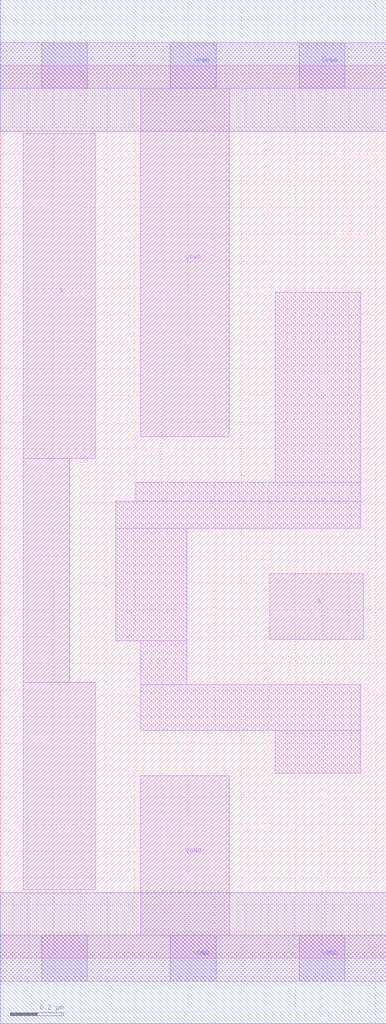
<source format=lef>
# Copyright 2020 The SkyWater PDK Authors
#
# Licensed under the Apache License, Version 2.0 (the "License");
# you may not use this file except in compliance with the License.
# You may obtain a copy of the License at
#
#     https://www.apache.org/licenses/LICENSE-2.0
#
# Unless required by applicable law or agreed to in writing, software
# distributed under the License is distributed on an "AS IS" BASIS,
# WITHOUT WARRANTIES OR CONDITIONS OF ANY KIND, either express or implied.
# See the License for the specific language governing permissions and
# limitations under the License.
#
# SPDX-License-Identifier: Apache-2.0

VERSION 5.7 ;
  NAMESCASESENSITIVE ON ;
  NOWIREEXTENSIONATPIN ON ;
  DIVIDERCHAR "/" ;
  BUSBITCHARS "[]" ;
UNITS
  DATABASE MICRONS 200 ;
END UNITS
MACRO sky130_fd_sc_lp__busreceiver_1
  CLASS CORE ;
  SOURCE USER ;
  FOREIGN sky130_fd_sc_lp__busreceiver_1 ;
  ORIGIN  0.000000  0.000000 ;
  SIZE  1.440000 BY  3.330000 ;
  SYMMETRY X Y ;
  SITE unit ;
  PIN A
    ANTENNAGATEAREA  0.159000 ;
    DIRECTION INPUT ;
    USE SIGNAL ;
    PORT
      LAYER li1 ;
        RECT 1.005000 1.190000 1.355000 1.435000 ;
    END
  END A
  PIN X
    ANTENNADIFFAREA  0.556500 ;
    DIRECTION OUTPUT ;
    USE SIGNAL ;
    PORT
      LAYER li1 ;
        RECT 0.085000 0.255000 0.355000 1.030000 ;
        RECT 0.085000 1.030000 0.260000 1.865000 ;
        RECT 0.085000 1.865000 0.355000 3.075000 ;
    END
  END X
  PIN VGND
    DIRECTION INOUT ;
    USE GROUND ;
    PORT
      LAYER li1 ;
        RECT 0.000000 -0.085000 1.440000 0.085000 ;
        RECT 0.525000  0.085000 0.855000 0.680000 ;
      LAYER mcon ;
        RECT 0.155000 -0.085000 0.325000 0.085000 ;
        RECT 0.635000 -0.085000 0.805000 0.085000 ;
        RECT 1.115000 -0.085000 1.285000 0.085000 ;
      LAYER met1 ;
        RECT 0.000000 -0.245000 1.440000 0.245000 ;
    END
  END VGND
  PIN VPWR
    DIRECTION INOUT ;
    USE POWER ;
    PORT
      LAYER li1 ;
        RECT 0.000000 3.245000 1.440000 3.415000 ;
        RECT 0.525000 1.945000 0.855000 3.245000 ;
      LAYER mcon ;
        RECT 0.155000 3.245000 0.325000 3.415000 ;
        RECT 0.635000 3.245000 0.805000 3.415000 ;
        RECT 1.115000 3.245000 1.285000 3.415000 ;
      LAYER met1 ;
        RECT 0.000000 3.085000 1.440000 3.575000 ;
    END
  END VPWR
  OBS
    LAYER li1 ;
      RECT 0.430000 1.185000 0.695000 1.605000 ;
      RECT 0.430000 1.605000 1.345000 1.705000 ;
      RECT 0.505000 1.705000 1.345000 1.775000 ;
      RECT 0.525000 0.850000 1.345000 1.020000 ;
      RECT 0.525000 1.020000 0.695000 1.185000 ;
      RECT 1.025000 0.690000 1.345000 0.850000 ;
      RECT 1.025000 1.775000 1.345000 2.485000 ;
  END
END sky130_fd_sc_lp__busreceiver_1

</source>
